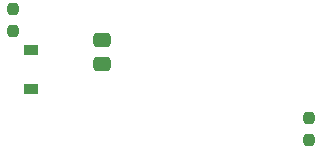
<source format=gbr>
%TF.GenerationSoftware,KiCad,Pcbnew,(6.0.11)*%
%TF.CreationDate,2023-09-13T08:26:01+09:00*%
%TF.ProjectId,MD,4d442e6b-6963-4616-945f-706362585858,rev?*%
%TF.SameCoordinates,Original*%
%TF.FileFunction,Paste,Bot*%
%TF.FilePolarity,Positive*%
%FSLAX46Y46*%
G04 Gerber Fmt 4.6, Leading zero omitted, Abs format (unit mm)*
G04 Created by KiCad (PCBNEW (6.0.11)) date 2023-09-13 08:26:01*
%MOMM*%
%LPD*%
G01*
G04 APERTURE LIST*
G04 Aperture macros list*
%AMRoundRect*
0 Rectangle with rounded corners*
0 $1 Rounding radius*
0 $2 $3 $4 $5 $6 $7 $8 $9 X,Y pos of 4 corners*
0 Add a 4 corners polygon primitive as box body*
4,1,4,$2,$3,$4,$5,$6,$7,$8,$9,$2,$3,0*
0 Add four circle primitives for the rounded corners*
1,1,$1+$1,$2,$3*
1,1,$1+$1,$4,$5*
1,1,$1+$1,$6,$7*
1,1,$1+$1,$8,$9*
0 Add four rect primitives between the rounded corners*
20,1,$1+$1,$2,$3,$4,$5,0*
20,1,$1+$1,$4,$5,$6,$7,0*
20,1,$1+$1,$6,$7,$8,$9,0*
20,1,$1+$1,$8,$9,$2,$3,0*%
G04 Aperture macros list end*
%ADD10RoundRect,0.237500X-0.237500X0.250000X-0.237500X-0.250000X0.237500X-0.250000X0.237500X0.250000X0*%
%ADD11R,1.200000X0.900000*%
%ADD12RoundRect,0.250000X-0.475000X0.337500X-0.475000X-0.337500X0.475000X-0.337500X0.475000X0.337500X0*%
G04 APERTURE END LIST*
D10*
%TO.C,R64*%
X168620000Y-119047500D03*
X168620000Y-120872500D03*
%TD*%
D11*
%TO.C,D5*%
X145020000Y-113310000D03*
X145020000Y-116610000D03*
%TD*%
D10*
%TO.C,R25*%
X143550000Y-109847500D03*
X143550000Y-111672500D03*
%TD*%
D12*
%TO.C,C6*%
X151020000Y-112422500D03*
X151020000Y-114497500D03*
%TD*%
M02*

</source>
